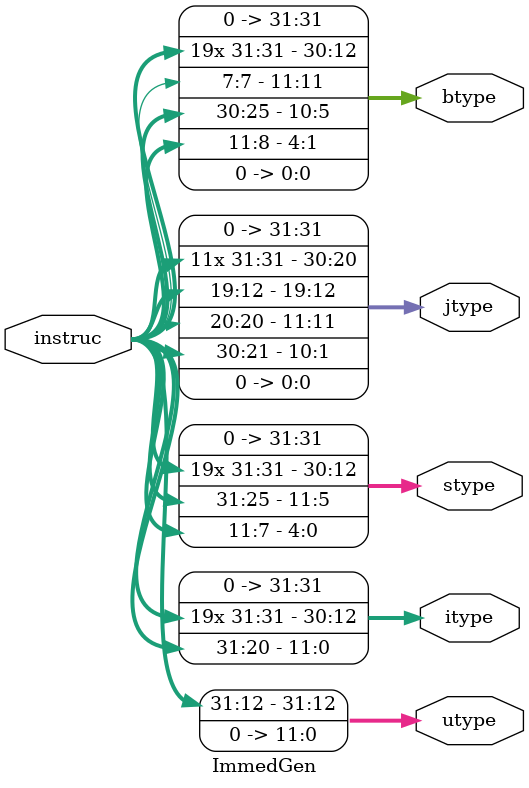
<source format=sv>
`timescale 1ns / 1ps


module ImmedGen(
    input logic [31:7] instruc,
    output logic [31:0] utype, itype, stype, jtype, btype
    );
    always_comb begin
        utype = {instruc[31:12], 12'b0};
        itype = {{20{instruc[31]}}, instruc[30:20]};
        stype = {{20{instruc[31]}}, instruc[30:25], instruc[11:7]};
        btype = {{19{instruc[31]}}, instruc[7], instruc[30:25], instruc[11:8], 1'b0};
        jtype = {{11{instruc[31]}}, instruc[19:12], instruc[20], instruc[30:21], 1'b0};
    end
endmodule

</source>
